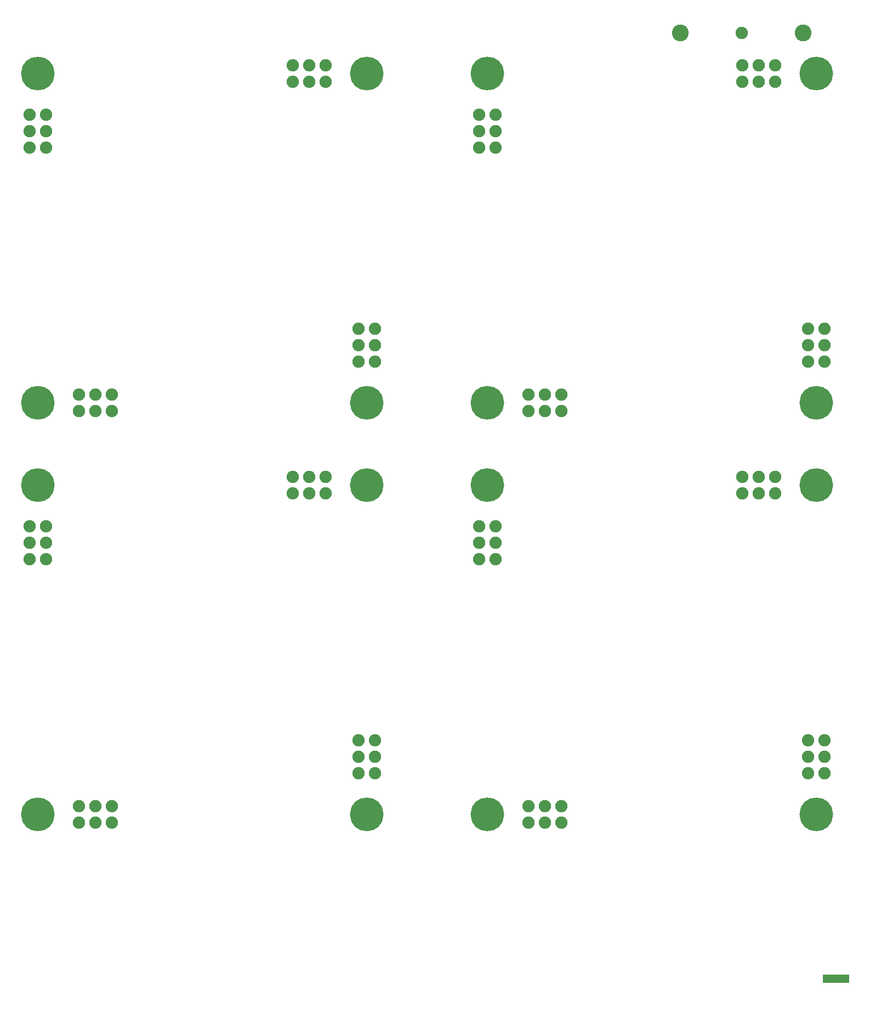
<source format=gbs>
G04 Layer: BottomSolderMaskLayer*
G04 EasyEDA v6.5.38, 2023-12-25 01:26:23*
G04 f1b6b75ab3be4e5890bb728668c82796,5a6b42c53f6a479593ecc07194224c93,10*
G04 Gerber Generator version 0.2*
G04 Scale: 100 percent, Rotated: No, Reflected: No *
G04 Dimensions in millimeters *
G04 leading zeros omitted , absolute positions ,4 integer and 5 decimal *
%FSLAX45Y45*%
%MOMM*%

%ADD10C,1.9016*%
%ADD11C,5.2032*%
%ADD12C,2.6016*%

%LPD*%
D10*
G01*
X12402997Y8006105D03*
G01*
X12402997Y7752105D03*
G01*
X12148997Y8006105D03*
G01*
X12148997Y7752105D03*
G01*
X11894997Y8006105D03*
G01*
X11894997Y7752105D03*
G01*
X7830997Y13594105D03*
G01*
X8084997Y13594105D03*
G01*
X7830997Y13340105D03*
G01*
X8084997Y13340105D03*
G01*
X7830997Y13086105D03*
G01*
X8084997Y13086105D03*
G01*
X12402997Y14356105D03*
G01*
X12402997Y14102105D03*
G01*
X12148997Y14356105D03*
G01*
X12148997Y14102105D03*
G01*
X11894997Y14356105D03*
G01*
X11894997Y14102105D03*
G01*
X8592997Y9022105D03*
G01*
X8592997Y9276105D03*
G01*
X8846997Y9022105D03*
G01*
X8846997Y9276105D03*
G01*
X9100997Y9022105D03*
G01*
X9100997Y9276105D03*
G01*
X13164997Y9784105D03*
G01*
X12910997Y9784105D03*
G01*
X13164997Y10038105D03*
G01*
X12910997Y10038105D03*
G01*
X13164997Y10292105D03*
G01*
X12910997Y10292105D03*
G01*
X7830997Y7244105D03*
G01*
X8084997Y7244105D03*
G01*
X7830997Y6990105D03*
G01*
X8084997Y6990105D03*
G01*
X7830997Y6736105D03*
G01*
X8084997Y6736105D03*
G01*
X8592997Y2672105D03*
G01*
X8592997Y2926105D03*
G01*
X8846997Y2672105D03*
G01*
X8846997Y2926105D03*
G01*
X9100997Y2672105D03*
G01*
X9100997Y2926105D03*
G01*
X13164997Y3434105D03*
G01*
X12910997Y3434105D03*
G01*
X13164997Y3688105D03*
G01*
X12910997Y3688105D03*
G01*
X13164997Y3942105D03*
G01*
X12910997Y3942105D03*
G01*
X19347052Y14356105D03*
G01*
X19347052Y14102105D03*
G01*
X19093052Y14356105D03*
G01*
X19093052Y14102105D03*
G01*
X18839052Y14356105D03*
G01*
X18839052Y14102105D03*
G01*
X14775103Y13594105D03*
G01*
X15029103Y13594105D03*
G01*
X14775103Y13340105D03*
G01*
X15029103Y13340105D03*
G01*
X14775103Y13086105D03*
G01*
X15029103Y13086105D03*
G01*
X15537103Y9022105D03*
G01*
X15537103Y9276105D03*
G01*
X15791103Y9022105D03*
G01*
X15791103Y9276105D03*
G01*
X16045103Y9022105D03*
G01*
X16045103Y9276105D03*
G01*
X20109103Y9784105D03*
G01*
X19855103Y9784105D03*
G01*
X20109103Y10038105D03*
G01*
X19855103Y10038105D03*
G01*
X20109103Y10292105D03*
G01*
X19855103Y10292105D03*
G01*
X19347103Y8006105D03*
G01*
X19347103Y7752105D03*
G01*
X19093103Y8006105D03*
G01*
X19093103Y7752105D03*
G01*
X18839103Y8006105D03*
G01*
X18839103Y7752105D03*
G01*
X14775103Y7244105D03*
G01*
X15029103Y7244105D03*
G01*
X14775103Y6990105D03*
G01*
X15029103Y6990105D03*
G01*
X14775103Y6736105D03*
G01*
X15029103Y6736105D03*
G01*
X15537103Y2672105D03*
G01*
X15537103Y2926105D03*
G01*
X15791103Y2672105D03*
G01*
X15791103Y2926105D03*
G01*
X16045103Y2672105D03*
G01*
X16045103Y2926105D03*
G01*
X20109103Y3434105D03*
G01*
X19855103Y3434105D03*
G01*
X20109103Y3688105D03*
G01*
X19855103Y3688105D03*
G01*
X20109103Y3942105D03*
G01*
X19855103Y3942105D03*
D11*
G01*
X7957997Y9149105D03*
G01*
X13037997Y9149105D03*
G01*
X14902103Y9149105D03*
G01*
X19982103Y9149105D03*
G01*
X7957997Y2799105D03*
G01*
X13037997Y2799105D03*
G01*
X13037997Y7879105D03*
G01*
X14902103Y2799105D03*
G01*
X19982103Y2799105D03*
G01*
X14902103Y7879105D03*
G01*
X19982103Y7879105D03*
G01*
X7957997Y7879105D03*
D12*
G01*
X19773900Y14859000D03*
D10*
G01*
X18826352Y14859000D03*
D12*
G01*
X17878806Y14859000D03*
D11*
G01*
X7957997Y14229105D03*
G01*
X13037997Y14229105D03*
G01*
X14902103Y14229105D03*
G01*
X19982103Y14229105D03*
G36*
X20078725Y330200D02*
G01*
X20485125Y330200D01*
X20485125Y203200D01*
X20078725Y203200D01*
G37*
M02*

</source>
